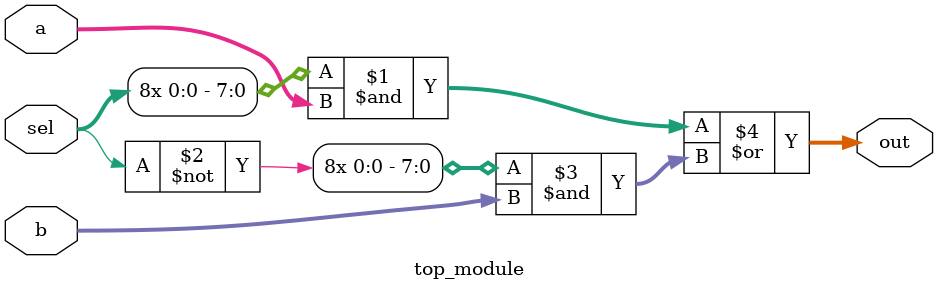
<source format=v>
module top_module (
    input sel,
    input [7:0] a,
    input [7:0] b,
    output [7:0] out  );

    assign out = ({8{sel}} & a) | ({8{~sel}} & b);

endmodule


</source>
